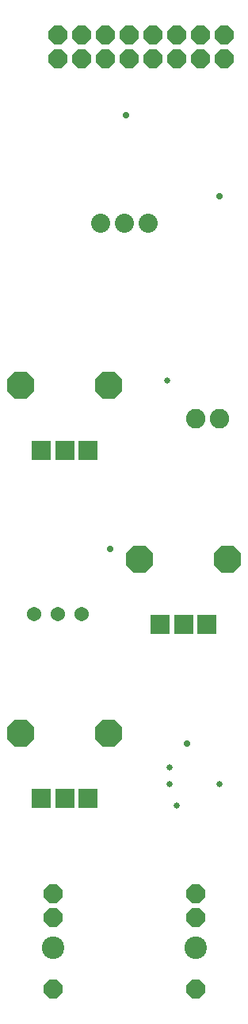
<source format=gbr>
G04 EAGLE Gerber RS-274X export*
G75*
%MOMM*%
%FSLAX34Y34*%
%LPD*%
%INSoldermask Top*%
%IPPOS*%
%AMOC8*
5,1,8,0,0,1.08239X$1,22.5*%
G01*
%ADD10P,2.199416X8X202.500000*%
%ADD11C,2.403200*%
%ADD12C,1.535200*%
%ADD13C,2.032000*%
%ADD14R,2.082800X2.082800*%
%ADD15P,3.142395X8X112.500000*%
%ADD16C,2.082800*%
%ADD17C,0.705600*%
%ADD18C,0.655600*%


D10*
X73660Y133350D03*
X73660Y107950D03*
X73660Y31750D03*
D11*
X73660Y76200D03*
D10*
X226060Y133350D03*
X226060Y107950D03*
X226060Y31750D03*
D11*
X226060Y76200D03*
D12*
X53340Y431800D03*
X78740Y431800D03*
X104140Y431800D03*
D10*
X256540Y1023620D03*
X256540Y1049020D03*
X231140Y1023620D03*
X231140Y1049020D03*
X205740Y1023620D03*
X205740Y1049020D03*
X180340Y1023620D03*
X180340Y1049020D03*
X154940Y1023620D03*
X154940Y1049020D03*
X129540Y1023620D03*
X129540Y1049020D03*
X104140Y1023620D03*
X104140Y1049020D03*
X78740Y1023620D03*
X78740Y1049020D03*
D13*
X124460Y848360D03*
X149860Y848360D03*
X175260Y848360D03*
D14*
X111360Y605640D03*
X86360Y605640D03*
X61360Y605640D03*
D15*
X133360Y675640D03*
X39360Y675640D03*
D14*
X238360Y420220D03*
X213360Y420220D03*
X188360Y420220D03*
D15*
X260360Y490220D03*
X166360Y490220D03*
D14*
X111360Y234800D03*
X86360Y234800D03*
X61360Y234800D03*
D15*
X133360Y304800D03*
X39360Y304800D03*
D16*
X226060Y640080D03*
X251460Y640080D03*
D17*
X217000Y294000D03*
X135000Y501000D03*
X252000Y877000D03*
X152000Y963000D03*
D18*
X198120Y250190D03*
X251460Y250190D03*
X195580Y680720D03*
X198120Y267970D03*
X205740Y227330D03*
M02*

</source>
